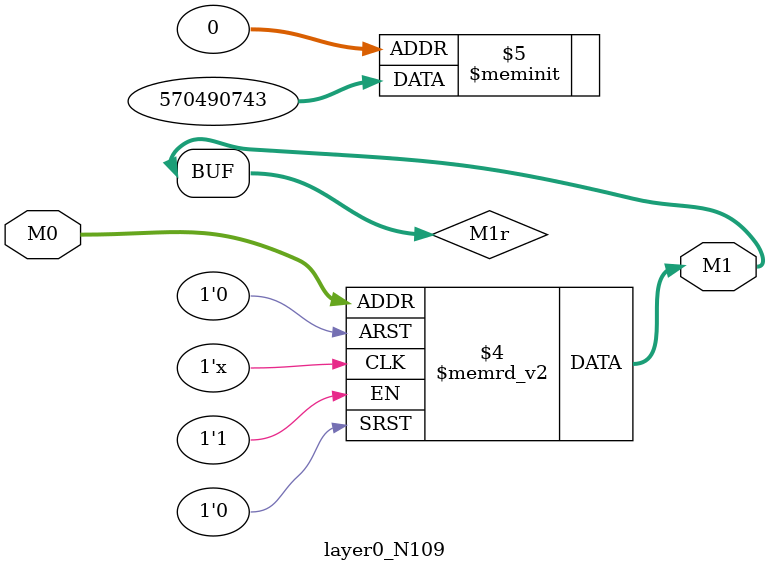
<source format=v>
module layer0_N109 ( input [3:0] M0, output [1:0] M1 );

	(*rom_style = "distributed" *) reg [1:0] M1r;
	assign M1 = M1r;
	always @ (M0) begin
		case (M0)
			4'b0000: M1r = 2'b11;
			4'b1000: M1r = 2'b00;
			4'b0100: M1r = 2'b11;
			4'b1100: M1r = 2'b10;
			4'b0010: M1r = 2'b11;
			4'b1010: M1r = 2'b00;
			4'b0110: M1r = 2'b11;
			4'b1110: M1r = 2'b10;
			4'b0001: M1r = 2'b01;
			4'b1001: M1r = 2'b00;
			4'b0101: M1r = 2'b11;
			4'b1101: M1r = 2'b00;
			4'b0011: M1r = 2'b01;
			4'b1011: M1r = 2'b00;
			4'b0111: M1r = 2'b11;
			4'b1111: M1r = 2'b00;

		endcase
	end
endmodule

</source>
